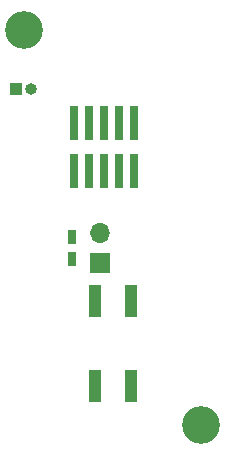
<source format=gbr>
G04 #@! TF.GenerationSoftware,KiCad,Pcbnew,(5.1.4)-1*
G04 #@! TF.CreationDate,2019-10-27T14:02:49-04:00*
G04 #@! TF.ProjectId,i2c-moist-sensor,6932632d-6d6f-4697-9374-2d73656e736f,rev?*
G04 #@! TF.SameCoordinates,Original*
G04 #@! TF.FileFunction,Soldermask,Bot*
G04 #@! TF.FilePolarity,Negative*
%FSLAX46Y46*%
G04 Gerber Fmt 4.6, Leading zero omitted, Abs format (unit mm)*
G04 Created by KiCad (PCBNEW (5.1.4)-1) date 2019-10-27 14:02:49*
%MOMM*%
%LPD*%
G04 APERTURE LIST*
%ADD10C,3.200000*%
%ADD11R,1.700000X1.700000*%
%ADD12O,1.700000X1.700000*%
%ADD13R,1.000000X1.000000*%
%ADD14O,1.000000X1.000000*%
%ADD15R,1.000000X2.750000*%
%ADD16R,0.750000X1.200000*%
%ADD17R,0.800000X3.000000*%
G04 APERTURE END LIST*
D10*
X50500000Y-27500000D03*
X65500000Y-61000000D03*
D11*
X56896000Y-47244000D03*
D12*
X56896000Y-44704000D03*
D13*
X49784000Y-32512000D03*
D14*
X51054000Y-32512000D03*
D15*
X59500000Y-57700000D03*
X59500000Y-50500000D03*
X56500000Y-50500000D03*
X56500000Y-57700000D03*
D16*
X54500000Y-46924000D03*
X54500000Y-45024000D03*
D17*
X57270000Y-35400000D03*
X57270000Y-39464000D03*
X56000000Y-39464000D03*
X58540000Y-35400000D03*
X56000000Y-35400000D03*
X58540000Y-39464000D03*
X54730000Y-39464000D03*
X59810000Y-35400000D03*
X54730000Y-35400000D03*
X59810000Y-39464000D03*
M02*

</source>
